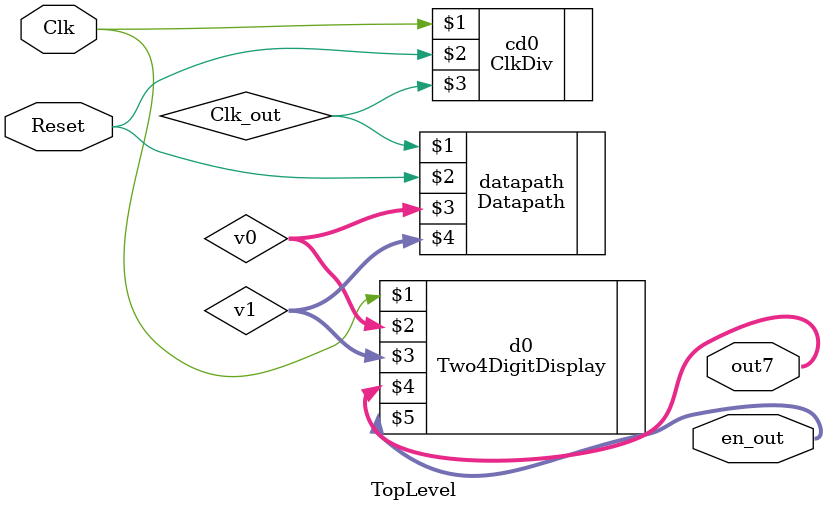
<source format=v>
`timescale 1ns / 1ps


module TopLevel(Clk, Reset, out7, en_out);
    input Clk, Reset;
    output [6:0] out7; //seg a, b, ... g n
    output [7:0] en_out;
    wire Clk_out;
    (* MARK_DEBUG = "TRUE" *) wire [31:0] v0, v1;
    
    ClkDiv cd0(Clk, Reset, Clk_out);
    Datapath datapath(Clk_out, Reset, v0, v1);
    Two4DigitDisplay d0(Clk, v0, v1, out7, en_out);
    
endmodule

</source>
